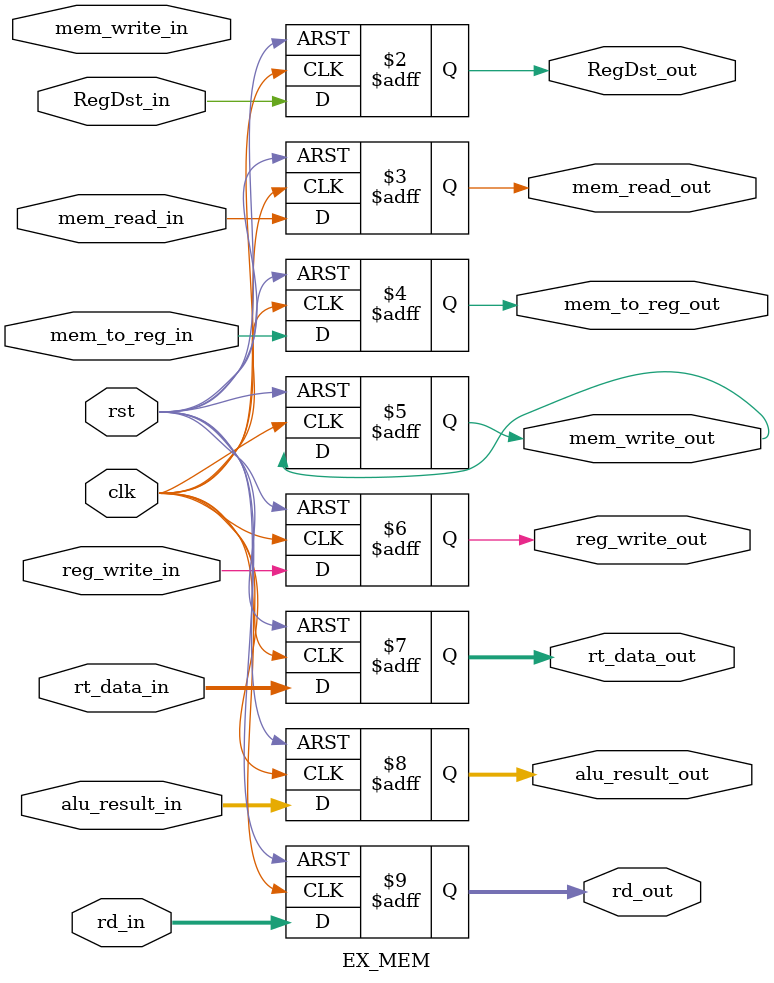
<source format=v>
`timescale 1ns / 1ps


module EX_MEM(clk,rst,RegDst_in, mem_read_in,mem_to_reg_in,mem_write_in,reg_write_in, RegDst_out, mem_read_out, mem_to_reg_out, mem_write_out, reg_write_out,
             rt_data_in,rd_in,rt_data_out,rd_out,
             alu_result_in,alu_result_out
             );
input clk,rst,RegDst_in, mem_read_in,mem_to_reg_in,mem_write_in,reg_write_in;
input[31:0] rt_data_in;
input[31:0] alu_result_in;
input[4:0] rd_in;

output reg RegDst_out, mem_read_out,mem_to_reg_out,mem_write_out,reg_write_out;
output reg[31:0] rt_data_out;
output reg[31:0] alu_result_out;
output reg[4:0] rd_out;


always@(posedge clk, posedge rst)begin

    if(rst) begin
    RegDst_out <= 1'b0; 
    mem_read_out <=1'b0;
    mem_to_reg_out <=1'b0;
    mem_write_out <= 1'b0;
    reg_write_out <= 1'b0;
    rt_data_out <= 32'b0;
    rd_out<= 5'b0;
    alu_result_out <=32'b0;
    end
    else begin
    RegDst_out <= RegDst_in; 
    mem_read_out <= mem_read_in;
    mem_to_reg_out <= mem_to_reg_in;
    mem_write_out <= mem_write_out;
    reg_write_out <= reg_write_in;
    rt_data_out <= rt_data_in;
    rd_out<= rd_in;
    alu_result_out <= alu_result_in;
    end
end



endmodule


</source>
